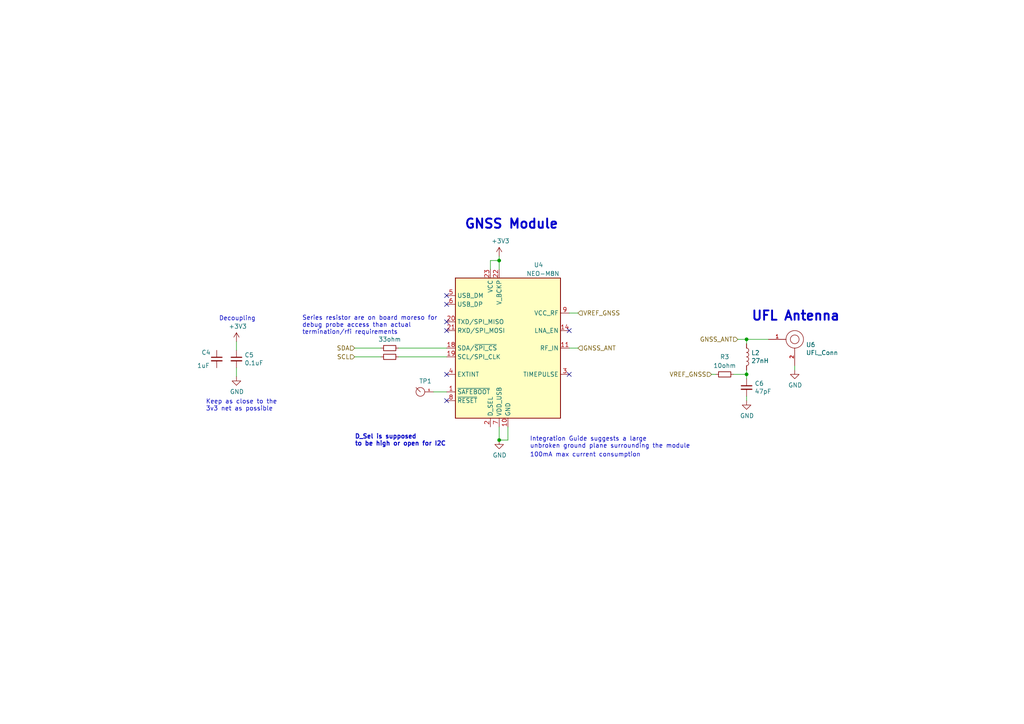
<source format=kicad_sch>
(kicad_sch (version 20230121) (generator eeschema)

  (uuid 26bc8641-9bca-4204-9709-deedbe202a36)

  (paper "A4")

  (title_block
    (title "GNSS Module")
    (date "2021-10-11")
  )

  (lib_symbols
    (symbol "Device:C_Small" (pin_numbers hide) (pin_names (offset 0.254) hide) (in_bom yes) (on_board yes)
      (property "Reference" "C" (at 0.254 1.778 0)
        (effects (font (size 1.27 1.27)) (justify left))
      )
      (property "Value" "C_Small" (at 0.254 -2.032 0)
        (effects (font (size 1.27 1.27)) (justify left))
      )
      (property "Footprint" "" (at 0 0 0)
        (effects (font (size 1.27 1.27)) hide)
      )
      (property "Datasheet" "~" (at 0 0 0)
        (effects (font (size 1.27 1.27)) hide)
      )
      (property "ki_keywords" "capacitor cap" (at 0 0 0)
        (effects (font (size 1.27 1.27)) hide)
      )
      (property "ki_description" "Unpolarized capacitor, small symbol" (at 0 0 0)
        (effects (font (size 1.27 1.27)) hide)
      )
      (property "ki_fp_filters" "C_*" (at 0 0 0)
        (effects (font (size 1.27 1.27)) hide)
      )
      (symbol "C_Small_0_1"
        (polyline
          (pts
            (xy -1.524 -0.508)
            (xy 1.524 -0.508)
          )
          (stroke (width 0.3302) (type default))
          (fill (type none))
        )
        (polyline
          (pts
            (xy -1.524 0.508)
            (xy 1.524 0.508)
          )
          (stroke (width 0.3048) (type default))
          (fill (type none))
        )
      )
      (symbol "C_Small_1_1"
        (pin passive line (at 0 2.54 270) (length 2.032)
          (name "~" (effects (font (size 1.27 1.27))))
          (number "1" (effects (font (size 1.27 1.27))))
        )
        (pin passive line (at 0 -2.54 90) (length 2.032)
          (name "~" (effects (font (size 1.27 1.27))))
          (number "2" (effects (font (size 1.27 1.27))))
        )
      )
    )
    (symbol "Device:L" (pin_numbers hide) (pin_names (offset 1.016) hide) (in_bom yes) (on_board yes)
      (property "Reference" "L" (at -1.27 0 90)
        (effects (font (size 1.27 1.27)))
      )
      (property "Value" "L" (at 1.905 0 90)
        (effects (font (size 1.27 1.27)))
      )
      (property "Footprint" "" (at 0 0 0)
        (effects (font (size 1.27 1.27)) hide)
      )
      (property "Datasheet" "~" (at 0 0 0)
        (effects (font (size 1.27 1.27)) hide)
      )
      (property "ki_keywords" "inductor choke coil reactor magnetic" (at 0 0 0)
        (effects (font (size 1.27 1.27)) hide)
      )
      (property "ki_description" "Inductor" (at 0 0 0)
        (effects (font (size 1.27 1.27)) hide)
      )
      (property "ki_fp_filters" "Choke_* *Coil* Inductor_* L_*" (at 0 0 0)
        (effects (font (size 1.27 1.27)) hide)
      )
      (symbol "L_0_1"
        (arc (start 0 -2.54) (mid 0.6323 -1.905) (end 0 -1.27)
          (stroke (width 0) (type default))
          (fill (type none))
        )
        (arc (start 0 -1.27) (mid 0.6323 -0.635) (end 0 0)
          (stroke (width 0) (type default))
          (fill (type none))
        )
        (arc (start 0 0) (mid 0.6323 0.635) (end 0 1.27)
          (stroke (width 0) (type default))
          (fill (type none))
        )
        (arc (start 0 1.27) (mid 0.6323 1.905) (end 0 2.54)
          (stroke (width 0) (type default))
          (fill (type none))
        )
      )
      (symbol "L_1_1"
        (pin passive line (at 0 3.81 270) (length 1.27)
          (name "1" (effects (font (size 1.27 1.27))))
          (number "1" (effects (font (size 1.27 1.27))))
        )
        (pin passive line (at 0 -3.81 90) (length 1.27)
          (name "2" (effects (font (size 1.27 1.27))))
          (number "2" (effects (font (size 1.27 1.27))))
        )
      )
    )
    (symbol "Device:R_Small" (pin_numbers hide) (pin_names (offset 0.254) hide) (in_bom yes) (on_board yes)
      (property "Reference" "R" (at 0.762 0.508 0)
        (effects (font (size 1.27 1.27)) (justify left))
      )
      (property "Value" "R_Small" (at 0.762 -1.016 0)
        (effects (font (size 1.27 1.27)) (justify left))
      )
      (property "Footprint" "" (at 0 0 0)
        (effects (font (size 1.27 1.27)) hide)
      )
      (property "Datasheet" "~" (at 0 0 0)
        (effects (font (size 1.27 1.27)) hide)
      )
      (property "ki_keywords" "R resistor" (at 0 0 0)
        (effects (font (size 1.27 1.27)) hide)
      )
      (property "ki_description" "Resistor, small symbol" (at 0 0 0)
        (effects (font (size 1.27 1.27)) hide)
      )
      (property "ki_fp_filters" "R_*" (at 0 0 0)
        (effects (font (size 1.27 1.27)) hide)
      )
      (symbol "R_Small_0_1"
        (rectangle (start -0.762 1.778) (end 0.762 -1.778)
          (stroke (width 0.2032) (type default))
          (fill (type none))
        )
      )
      (symbol "R_Small_1_1"
        (pin passive line (at 0 2.54 270) (length 0.762)
          (name "~" (effects (font (size 1.27 1.27))))
          (number "1" (effects (font (size 1.27 1.27))))
        )
        (pin passive line (at 0 -2.54 90) (length 0.762)
          (name "~" (effects (font (size 1.27 1.27))))
          (number "2" (effects (font (size 1.27 1.27))))
        )
      )
    )
    (symbol "GNSS:NEO-M8N" (in_bom yes) (on_board yes)
      (property "Reference" "U" (at 8.89 24.13 0)
        (effects (font (size 1.27 1.27)))
      )
      (property "Value" "GNSS_NEO-M8N" (at 8.89 21.59 0)
        (effects (font (size 1.27 1.27)))
      )
      (property "Footprint" "RF_GPS:ublox_NEO" (at 10.16 -21.59 0)
        (effects (font (size 1.27 1.27)) hide)
      )
      (property "Datasheet" "" (at 0 0 0)
        (effects (font (size 1.27 1.27)) hide)
      )
      (property "ki_fp_filters" "ublox*NEO*" (at 0 0 0)
        (effects (font (size 1.27 1.27)) hide)
      )
      (symbol "NEO-M8N_0_1"
        (rectangle (start -15.24 20.32) (end 15.24 -20.32)
          (stroke (width 0.254) (type default))
          (fill (type background))
        )
      )
      (symbol "NEO-M8N_1_1"
        (pin input line (at -17.78 -12.7 0) (length 2.54)
          (name "~{SAFEBOOT}" (effects (font (size 1.27 1.27))))
          (number "1" (effects (font (size 1.27 1.27))))
        )
        (pin power_in line (at 0 -22.86 90) (length 2.54)
          (name "GND" (effects (font (size 1.27 1.27))))
          (number "10" (effects (font (size 1.27 1.27))))
        )
        (pin input line (at 17.78 0 180) (length 2.54)
          (name "RF_IN" (effects (font (size 1.27 1.27))))
          (number "11" (effects (font (size 1.27 1.27))))
        )
        (pin passive line (at 0 -22.86 90) (length 2.54) hide
          (name "GND" (effects (font (size 1.27 1.27))))
          (number "12" (effects (font (size 1.27 1.27))))
        )
        (pin passive line (at 0 -22.86 90) (length 2.54) hide
          (name "GND" (effects (font (size 1.27 1.27))))
          (number "13" (effects (font (size 1.27 1.27))))
        )
        (pin output line (at 17.78 5.08 180) (length 2.54)
          (name "LNA_EN" (effects (font (size 1.27 1.27))))
          (number "14" (effects (font (size 1.27 1.27))))
        )
        (pin no_connect line (at 15.24 -10.16 180) (length 2.54) hide
          (name "RESERVED" (effects (font (size 1.27 1.27))))
          (number "15" (effects (font (size 1.27 1.27))))
        )
        (pin no_connect line (at 15.24 -12.7 180) (length 2.54) hide
          (name "RESERVED" (effects (font (size 1.27 1.27))))
          (number "16" (effects (font (size 1.27 1.27))))
        )
        (pin no_connect line (at 15.24 -15.24 180) (length 2.54) hide
          (name "RESERVED" (effects (font (size 1.27 1.27))))
          (number "17" (effects (font (size 1.27 1.27))))
        )
        (pin bidirectional line (at -17.78 0 0) (length 2.54)
          (name "SDA/~{SPI_CS}" (effects (font (size 1.27 1.27))))
          (number "18" (effects (font (size 1.27 1.27))))
        )
        (pin input line (at -17.78 -2.54 0) (length 2.54)
          (name "SCL/SPI_CLK" (effects (font (size 1.27 1.27))))
          (number "19" (effects (font (size 1.27 1.27))))
        )
        (pin input line (at -5.08 -22.86 90) (length 2.54)
          (name "D_SEL" (effects (font (size 1.27 1.27))))
          (number "2" (effects (font (size 1.27 1.27))))
        )
        (pin output line (at -17.78 7.62 0) (length 2.54)
          (name "TXD/SPI_MISO" (effects (font (size 1.27 1.27))))
          (number "20" (effects (font (size 1.27 1.27))))
        )
        (pin input line (at -17.78 5.08 0) (length 2.54)
          (name "RXD/SPI_MOSI" (effects (font (size 1.27 1.27))))
          (number "21" (effects (font (size 1.27 1.27))))
        )
        (pin power_in line (at -2.54 22.86 270) (length 2.54)
          (name "V_BCKP" (effects (font (size 1.27 1.27))))
          (number "22" (effects (font (size 1.27 1.27))))
        )
        (pin power_in line (at -5.08 22.86 270) (length 2.54)
          (name "VCC" (effects (font (size 1.27 1.27))))
          (number "23" (effects (font (size 1.27 1.27))))
        )
        (pin passive line (at 0 -22.86 90) (length 2.54) hide
          (name "GND" (effects (font (size 1.27 1.27))))
          (number "24" (effects (font (size 1.27 1.27))))
        )
        (pin output line (at 17.78 -7.62 180) (length 2.54)
          (name "TIMEPULSE" (effects (font (size 1.27 1.27))))
          (number "3" (effects (font (size 1.27 1.27))))
        )
        (pin input line (at -17.78 -7.62 0) (length 2.54)
          (name "EXTINT" (effects (font (size 1.27 1.27))))
          (number "4" (effects (font (size 1.27 1.27))))
        )
        (pin bidirectional line (at -17.78 15.24 0) (length 2.54)
          (name "USB_DM" (effects (font (size 1.27 1.27))))
          (number "5" (effects (font (size 1.27 1.27))))
        )
        (pin bidirectional line (at -17.78 12.7 0) (length 2.54)
          (name "USB_DP" (effects (font (size 1.27 1.27))))
          (number "6" (effects (font (size 1.27 1.27))))
        )
        (pin power_in line (at -2.54 -22.86 90) (length 2.54)
          (name "VDD_USB" (effects (font (size 1.27 1.27))))
          (number "7" (effects (font (size 1.27 1.27))))
        )
        (pin input line (at -17.78 -15.24 0) (length 2.54)
          (name "~{RESET}" (effects (font (size 1.27 1.27))))
          (number "8" (effects (font (size 1.27 1.27))))
        )
        (pin power_out line (at 17.78 10.16 180) (length 2.54)
          (name "VCC_RF" (effects (font (size 1.27 1.27))))
          (number "9" (effects (font (size 1.27 1.27))))
        )
      )
    )
    (symbol "GNSS:UFL_Conn" (pin_names (offset 1.016)) (in_bom yes) (on_board yes)
      (property "Reference" "U" (at -2.54 6.35 0)
        (effects (font (size 1.27 1.27)))
      )
      (property "Value" "GNSS_UFL_Conn" (at 1.27 3.81 0)
        (effects (font (size 1.27 1.27)))
      )
      (property "Footprint" "" (at -6.35 3.81 0)
        (effects (font (size 1.27 1.27)) hide)
      )
      (property "Datasheet" "" (at -6.35 3.81 0)
        (effects (font (size 1.27 1.27)) hide)
      )
      (symbol "UFL_Conn_0_0"
        (pin bidirectional line (at -7.62 0 0) (length 5.08)
          (name "~" (effects (font (size 1.016 1.016))))
          (number "1" (effects (font (size 1.016 1.016))))
        )
      )
      (symbol "UFL_Conn_0_1"
        (circle (center 0 0) (radius 1.27)
          (stroke (width 0) (type default))
          (fill (type none))
        )
        (circle (center 0 0) (radius 2.54)
          (stroke (width 0) (type default))
          (fill (type none))
        )
      )
      (symbol "UFL_Conn_1_1"
        (pin bidirectional line (at 0 -7.62 90) (length 5.08)
          (name "~" (effects (font (size 1.016 1.016))))
          (number "2" (effects (font (size 1.016 1.016))))
        )
      )
    )
    (symbol "TFT_testpoints:TEST-POINT" (in_bom yes) (on_board yes)
      (property "Reference" "TP" (at -5.08 0 0)
        (effects (font (size 1.27 1.27)))
      )
      (property "Value" "TFT_testpoints_TEST-POINT" (at 0 8.89 0)
        (effects (font (size 1.27 1.27)) hide)
      )
      (property "Footprint" "" (at 0 0 0)
        (effects (font (size 1.27 1.27)) hide)
      )
      (property "Datasheet" "" (at 0 0 0)
        (effects (font (size 1.27 1.27)) hide)
      )
      (symbol "TEST-POINT_0_1"
        (circle (center -1.27 0) (radius 1.27)
          (stroke (width 0) (type default))
          (fill (type none))
        )
        (polyline
          (pts
            (xy -1.27 0)
            (xy -2.54 1.27)
          )
          (stroke (width 0) (type default))
          (fill (type none))
        )
      )
      (symbol "TEST-POINT_1_1"
        (pin unspecified line (at 2.54 0 180) (length 2.54)
          (name "~" (effects (font (size 1.27 1.27))))
          (number "1" (effects (font (size 0.508 0.508))))
        )
      )
    )
    (symbol "power:+3.3V" (power) (pin_names (offset 0)) (in_bom yes) (on_board yes)
      (property "Reference" "#PWR" (at 0 -3.81 0)
        (effects (font (size 1.27 1.27)) hide)
      )
      (property "Value" "+3.3V" (at 0 3.556 0)
        (effects (font (size 1.27 1.27)))
      )
      (property "Footprint" "" (at 0 0 0)
        (effects (font (size 1.27 1.27)) hide)
      )
      (property "Datasheet" "" (at 0 0 0)
        (effects (font (size 1.27 1.27)) hide)
      )
      (property "ki_keywords" "power-flag" (at 0 0 0)
        (effects (font (size 1.27 1.27)) hide)
      )
      (property "ki_description" "Power symbol creates a global label with name \"+3.3V\"" (at 0 0 0)
        (effects (font (size 1.27 1.27)) hide)
      )
      (symbol "+3.3V_0_1"
        (polyline
          (pts
            (xy -0.762 1.27)
            (xy 0 2.54)
          )
          (stroke (width 0) (type default))
          (fill (type none))
        )
        (polyline
          (pts
            (xy 0 0)
            (xy 0 2.54)
          )
          (stroke (width 0) (type default))
          (fill (type none))
        )
        (polyline
          (pts
            (xy 0 2.54)
            (xy 0.762 1.27)
          )
          (stroke (width 0) (type default))
          (fill (type none))
        )
      )
      (symbol "+3.3V_1_1"
        (pin power_in line (at 0 0 90) (length 0) hide
          (name "+3V3" (effects (font (size 1.27 1.27))))
          (number "1" (effects (font (size 1.27 1.27))))
        )
      )
    )
    (symbol "power:GND" (power) (pin_names (offset 0)) (in_bom yes) (on_board yes)
      (property "Reference" "#PWR" (at 0 -6.35 0)
        (effects (font (size 1.27 1.27)) hide)
      )
      (property "Value" "GND" (at 0 -3.81 0)
        (effects (font (size 1.27 1.27)))
      )
      (property "Footprint" "" (at 0 0 0)
        (effects (font (size 1.27 1.27)) hide)
      )
      (property "Datasheet" "" (at 0 0 0)
        (effects (font (size 1.27 1.27)) hide)
      )
      (property "ki_keywords" "power-flag" (at 0 0 0)
        (effects (font (size 1.27 1.27)) hide)
      )
      (property "ki_description" "Power symbol creates a global label with name \"GND\" , ground" (at 0 0 0)
        (effects (font (size 1.27 1.27)) hide)
      )
      (symbol "GND_0_1"
        (polyline
          (pts
            (xy 0 0)
            (xy 0 -1.27)
            (xy 1.27 -1.27)
            (xy 0 -2.54)
            (xy -1.27 -1.27)
            (xy 0 -1.27)
          )
          (stroke (width 0) (type default))
          (fill (type none))
        )
      )
      (symbol "GND_1_1"
        (pin power_in line (at 0 0 270) (length 0) hide
          (name "GND" (effects (font (size 1.27 1.27))))
          (number "1" (effects (font (size 1.27 1.27))))
        )
      )
    )
  )

  (junction (at 216.535 108.585) (diameter 0) (color 0 0 0 0)
    (uuid 5f48b0f2-82cf-40ce-afac-440f97643c36)
  )
  (junction (at 144.78 75.565) (diameter 0) (color 0 0 0 0)
    (uuid 88606262-3ac5-44a1-aacc-18b26cf4d396)
  )
  (junction (at 216.535 98.425) (diameter 0) (color 0 0 0 0)
    (uuid ca56e1ad-54bf-4df5-a4f7-99f5d61d0de9)
  )
  (junction (at 144.78 127.635) (diameter 0) (color 0 0 0 0)
    (uuid d1cd5391-31d2-459f-8adb-4ae3f304a833)
  )

  (no_connect (at 129.54 85.725) (uuid 1317ff66-8ecf-46c9-9612-8d2eae03c537))
  (no_connect (at 129.54 116.205) (uuid 24adc223-60f0-4497-98a3-d664c5a13280))
  (no_connect (at 129.54 95.885) (uuid 8aff0f38-92a8-45ec-b106-b185e93ca3fd))
  (no_connect (at 165.1 108.585) (uuid 94a10cae-6ef2-4b64-9d98-fb22aa3306cc))
  (no_connect (at 165.1 95.885) (uuid df83f395-2d18-47e2-a370-952ca41c2b3a))
  (no_connect (at 129.54 108.585) (uuid e2fac877-439c-4da0-af2e-5fdc70f85d42))
  (no_connect (at 129.54 88.265) (uuid ef4533db-6ea4-4b68-b436-8e9575be570d))
  (no_connect (at 129.54 93.345) (uuid f5dba25f-5f9b-4770-84f9-c038fb119360))

  (wire (pts (xy 144.78 75.565) (xy 144.78 78.105))
    (stroke (width 0) (type default))
    (uuid 0554bea0-89b2-4e25-9ea3-4c73921c94cb)
  )
  (wire (pts (xy 216.535 98.425) (xy 222.885 98.425))
    (stroke (width 0) (type default))
    (uuid 0c5dddf1-38df-43d2-b49c-e7b691dab0ab)
  )
  (wire (pts (xy 216.535 108.585) (xy 216.535 109.855))
    (stroke (width 0) (type default))
    (uuid 1855ca44-ab48-4b76-a210-97fc81d916c4)
  )
  (wire (pts (xy 68.58 99.06) (xy 68.58 101.6))
    (stroke (width 0) (type default))
    (uuid 19ab37eb-2dd8-40b2-9788-b46df02ff3a4)
  )
  (wire (pts (xy 142.24 78.105) (xy 142.24 75.565))
    (stroke (width 0) (type default))
    (uuid 22962957-1efd-404d-83db-5b233b6c15b0)
  )
  (wire (pts (xy 216.535 99.695) (xy 216.535 98.425))
    (stroke (width 0) (type default))
    (uuid 254f7cc6-cee1-44ca-9afe-939b318201aa)
  )
  (wire (pts (xy 216.535 108.585) (xy 216.535 107.315))
    (stroke (width 0) (type default))
    (uuid 3457afc5-3e4f-4220-81d1-b079f653a722)
  )
  (wire (pts (xy 144.78 123.825) (xy 144.78 127.635))
    (stroke (width 0) (type default))
    (uuid 4086cbd7-6ba7-4e63-8da9-17e60627ee17)
  )
  (wire (pts (xy 147.32 127.635) (xy 147.32 123.825))
    (stroke (width 0) (type default))
    (uuid 465137b4-f6f7-4d51-9b40-b161947d5cc1)
  )
  (wire (pts (xy 68.58 106.68) (xy 68.58 109.22))
    (stroke (width 0) (type default))
    (uuid 592cef99-bb3d-442b-a0b6-b3dcb2186311)
  )
  (wire (pts (xy 216.535 114.935) (xy 216.535 116.205))
    (stroke (width 0) (type default))
    (uuid 5bab6a37-1fdf-4cf8-b571-44c962ed86e9)
  )
  (wire (pts (xy 125.73 113.665) (xy 129.54 113.665))
    (stroke (width 0) (type default))
    (uuid 62f15a9a-9893-486e-9ad0-ea43f88fc9e7)
  )
  (wire (pts (xy 115.57 100.965) (xy 129.54 100.965))
    (stroke (width 0) (type default))
    (uuid 631c7be5-8dc2-4df4-ab73-737bb928e763)
  )
  (wire (pts (xy 110.49 100.965) (xy 102.87 100.965))
    (stroke (width 0) (type default))
    (uuid 6d2a06fb-0b1e-452a-ab38-11a5f45e1b32)
  )
  (wire (pts (xy 230.505 106.045) (xy 230.505 107.315))
    (stroke (width 0) (type default))
    (uuid 706c1cb9-5d96-4282-9efc-6147f0125147)
  )
  (wire (pts (xy 144.78 74.295) (xy 144.78 75.565))
    (stroke (width 0) (type default))
    (uuid 8eb98c56-17e4-4de6-a3e3-06dcfa392040)
  )
  (wire (pts (xy 129.54 103.505) (xy 115.57 103.505))
    (stroke (width 0) (type default))
    (uuid 929a9b03-e99e-4b88-8e16-759f8c6b59a5)
  )
  (wire (pts (xy 167.64 100.965) (xy 165.1 100.965))
    (stroke (width 0) (type default))
    (uuid a7fc0812-140f-4d96-9cd8-ead8c1c610b1)
  )
  (wire (pts (xy 213.995 98.425) (xy 216.535 98.425))
    (stroke (width 0) (type default))
    (uuid aa23bfe3-454b-4a2b-bfe1-101c747eb84e)
  )
  (wire (pts (xy 206.375 108.585) (xy 207.645 108.585))
    (stroke (width 0) (type default))
    (uuid ad4d05f5-6957-42f8-b65c-c657b9a26485)
  )
  (wire (pts (xy 167.64 90.805) (xy 165.1 90.805))
    (stroke (width 0) (type default))
    (uuid bb8162f0-99c8-4884-be5b-c0d0c7e81ff6)
  )
  (wire (pts (xy 102.87 103.505) (xy 110.49 103.505))
    (stroke (width 0) (type default))
    (uuid c210293b-1d7a-4e96-92e9-058784106727)
  )
  (wire (pts (xy 142.24 75.565) (xy 144.78 75.565))
    (stroke (width 0) (type default))
    (uuid cd1cff81-9d8a-4511-96d6-4ddb79484001)
  )
  (wire (pts (xy 144.78 127.635) (xy 147.32 127.635))
    (stroke (width 0) (type default))
    (uuid d8200a86-aa75-47a3-ad2a-7f4c9c999a6f)
  )
  (wire (pts (xy 212.725 108.585) (xy 216.535 108.585))
    (stroke (width 0) (type default))
    (uuid e86e4fae-9ca7-4857-a93c-bc6a3048f887)
  )

  (text "UFL Antenna\n" (at 217.805 93.345 0)
    (effects (font (size 2.6924 2.6924) (thickness 0.5385) bold) (justify left bottom))
    (uuid 113ffcdf-4c54-4e37-81dc-f91efa934ba7)
  )
  (text "100mA max current consumption" (at 153.67 132.715 0)
    (effects (font (size 1.27 1.27)) (justify left bottom))
    (uuid 2489abd9-b04d-4a73-8535-a49f1c4f3600)
  )
  (text "GNSS Module" (at 134.62 66.675 0)
    (effects (font (size 2.6924 2.6924) (thickness 0.5385) bold) (justify left bottom))
    (uuid 3b65c51e-c243-447e-bee9-832d94c1630e)
  )
  (text "Keep as close to the\n3v3 net as possible\n" (at 59.69 119.38 0)
    (effects (font (size 1.27 1.27)) (justify left bottom))
    (uuid 88deea08-baa5-4041-beb7-01c299cf00e6)
  )
  (text "Decoupling\n\n" (at 63.5 95.25 0)
    (effects (font (size 1.27 1.27)) (justify left bottom))
    (uuid a177c3b4-b04c-490e-b3fe-d3d4d7aa24a7)
  )
  (text "D_Sel is supposed\nto be high or open for I2C" (at 102.87 129.54 0)
    (effects (font (size 1.27 1.27) (thickness 0.254) bold) (justify left bottom))
    (uuid b2b363dd-8e47-4a76-a142-e00e28334875)
  )
  (text "Integration Guide suggests a large\nunbroken ground plane surrounding the module\n"
    (at 153.67 130.175 0)
    (effects (font (size 1.27 1.27)) (justify left bottom))
    (uuid c7cd39db-931a-4d86-96b8-57e6b39f58f9)
  )
  (text "Series resistor are on board moreso for\ndebug probe access than actual\ntermination/rfi requirements\n"
    (at 87.63 97.155 0)
    (effects (font (size 1.27 1.27)) (justify left bottom))
    (uuid da546d77-4b03-4562-8fc6-837fd68e7691)
  )

  (hierarchical_label "GNSS_ANT" (shape input) (at 213.995 98.425 180) (fields_autoplaced)
    (effects (font (size 1.27 1.27)) (justify right))
    (uuid 1de61170-5337-44c5-ba28-bd477db4bff1)
  )
  (hierarchical_label "SCL" (shape input) (at 102.87 103.505 180) (fields_autoplaced)
    (effects (font (size 1.27 1.27)) (justify right))
    (uuid 3ceffc6a-776c-4c42-81c3-26e81b533a02)
  )
  (hierarchical_label "GNSS_ANT" (shape input) (at 167.64 100.965 0) (fields_autoplaced)
    (effects (font (size 1.27 1.27)) (justify left))
    (uuid 63caf46e-0228-40de-b819-c6bd29dd1711)
  )
  (hierarchical_label "VREF_GNSS" (shape input) (at 167.64 90.805 0) (fields_autoplaced)
    (effects (font (size 1.27 1.27)) (justify left))
    (uuid 653a86ba-a1ae-4175-9d4c-c788087956d0)
  )
  (hierarchical_label "VREF_GNSS" (shape input) (at 206.375 108.585 180) (fields_autoplaced)
    (effects (font (size 1.27 1.27)) (justify right))
    (uuid 92f063a3-7cce-4a96-8a3a-cf5767f700c6)
  )
  (hierarchical_label "SDA" (shape input) (at 102.87 100.965 180) (fields_autoplaced)
    (effects (font (size 1.27 1.27)) (justify right))
    (uuid f46b40a3-5228-48fa-bae1-67aee19c2949)
  )

  (symbol (lib_id "power:GND") (at 144.78 127.635 0) (unit 1)
    (in_bom yes) (on_board yes) (dnp no)
    (uuid 00000000-0000-0000-0000-0000616449f2)
    (property "Reference" "#PWR0135" (at 144.78 133.985 0)
      (effects (font (size 1.27 1.27)) hide)
    )
    (property "Value" "GND" (at 144.907 132.0292 0)
      (effects (font (size 1.27 1.27)))
    )
    (property "Footprint" "" (at 144.78 127.635 0)
      (effects (font (size 1.27 1.27)) hide)
    )
    (property "Datasheet" "" (at 144.78 127.635 0)
      (effects (font (size 1.27 1.27)) hide)
    )
    (pin "1" (uuid 57c922d6-2cfe-45cd-854e-c3a3c837015d))
    (instances
      (project "Flight_Computer"
        (path "/ee41cb8e-512d-41d2-81e1-3c50fff32aeb/00000000-0000-0000-0000-00006163d4da"
          (reference "#PWR0135") (unit 1)
        )
      )
    )
  )

  (symbol (lib_id "GNSS:NEO-M8N") (at 147.32 100.965 0) (unit 1)
    (in_bom yes) (on_board yes) (dnp no)
    (uuid 00000000-0000-0000-0000-000061648443)
    (property "Reference" "U4" (at 156.21 76.835 0)
      (effects (font (size 1.27 1.27)))
    )
    (property "Value" "NEO-M8N" (at 157.48 79.375 0)
      (effects (font (size 1.27 1.27)))
    )
    (property "Footprint" "RF_GPS:ublox_NEO" (at 157.48 122.555 0)
      (effects (font (size 1.27 1.27)) hide)
    )
    (property "Datasheet" "https://www.u-blox.com/sites/default/files/NEO-M8-FW3_DataSheet_%28UBX-15031086%29.pdf" (at 147.32 100.965 0)
      (effects (font (size 1.27 1.27)) hide)
    )
    (pin "1" (uuid bc65c2db-a252-44aa-817e-677b743c1853))
    (pin "10" (uuid 1a81547b-3cca-43f6-b0c5-b8877d068c61))
    (pin "11" (uuid 0b22c3a0-50e1-437b-8c04-827ec9c1413b))
    (pin "12" (uuid 6b7e6623-df01-4904-a8bd-1e718d9e95e0))
    (pin "13" (uuid 6fc4ba7d-91f8-418a-bcf3-60bd2e8202b5))
    (pin "14" (uuid 5758ab8c-9cb2-4821-8926-b053b2c4eb9b))
    (pin "15" (uuid ea685f11-1c36-44f8-a3f7-c5832526907a))
    (pin "16" (uuid ef0f473a-aa49-4a7f-9490-416cac6f154b))
    (pin "17" (uuid 0c6d5dde-23d0-4c89-bdb2-366e90a4a81a))
    (pin "18" (uuid 2cd5705e-095f-4123-8b46-67e7de9b4297))
    (pin "19" (uuid b5bc6bfa-d8fc-40d0-a969-81d843e2c8c9))
    (pin "2" (uuid 47c866b0-44b1-4e64-8797-9ed33e27890d))
    (pin "20" (uuid d26d3249-d5b6-4733-bc95-df0d5361ef00))
    (pin "21" (uuid d1e50337-4c89-4663-8143-0caf31f501c9))
    (pin "22" (uuid 5696c98a-a357-4e49-a94f-e5c9587bdc6c))
    (pin "23" (uuid 1f4758b5-9f3d-445e-bb8b-f092a059b55a))
    (pin "24" (uuid 7513e428-73d4-4ba4-8feb-8d1e352ab5d3))
    (pin "3" (uuid 78ced512-ee6c-447b-b7c7-b48acdbd799e))
    (pin "4" (uuid e2c9e1ed-df65-466f-83e7-186dda2bb025))
    (pin "5" (uuid 9540c0d9-6fae-4b60-90b7-9538416664f2))
    (pin "6" (uuid b78e7828-94ca-473a-9b5f-db384767b438))
    (pin "7" (uuid f9a25dcc-7632-4922-9011-9227c3cfbfb8))
    (pin "8" (uuid 3c84583b-dbf3-4d63-b581-765ba2ab1493))
    (pin "9" (uuid 6df3d5b6-3819-4319-b6d6-fb8c276b38eb))
    (instances
      (project "Flight_Computer"
        (path "/ee41cb8e-512d-41d2-81e1-3c50fff32aeb/00000000-0000-0000-0000-00006163d4da"
          (reference "U4") (unit 1)
        )
      )
    )
  )

  (symbol (lib_id "power:+3.3V") (at 144.78 74.295 0) (unit 1)
    (in_bom yes) (on_board yes) (dnp no)
    (uuid 00000000-0000-0000-0000-00006164ccd8)
    (property "Reference" "#PWR0136" (at 144.78 78.105 0)
      (effects (font (size 1.27 1.27)) hide)
    )
    (property "Value" "+3.3V" (at 145.161 69.9008 0)
      (effects (font (size 1.27 1.27)))
    )
    (property "Footprint" "" (at 144.78 74.295 0)
      (effects (font (size 1.27 1.27)) hide)
    )
    (property "Datasheet" "" (at 144.78 74.295 0)
      (effects (font (size 1.27 1.27)) hide)
    )
    (pin "1" (uuid 93aeb51b-39db-40ba-894b-f2ed9ceac805))
    (instances
      (project "Flight_Computer"
        (path "/ee41cb8e-512d-41d2-81e1-3c50fff32aeb/00000000-0000-0000-0000-00006163d4da"
          (reference "#PWR0136") (unit 1)
        )
      )
    )
  )

  (symbol (lib_id "Device:R_Small") (at 113.03 103.505 270) (unit 1)
    (in_bom yes) (on_board yes) (dnp no)
    (uuid 00000000-0000-0000-0000-00006164dc20)
    (property "Reference" "R2" (at 113.03 108.585 90)
      (effects (font (size 1.27 1.27)) hide)
    )
    (property "Value" "33ohm" (at 113.03 106.045 90)
      (effects (font (size 1.27 1.27)) hide)
    )
    (property "Footprint" "Resistor_SMD:R_0805_2012Metric" (at 113.03 103.505 0)
      (effects (font (size 1.27 1.27)) hide)
    )
    (property "Datasheet" "~" (at 113.03 103.505 0)
      (effects (font (size 1.27 1.27)) hide)
    )
    (pin "1" (uuid c567d02d-33a4-4aa5-9767-9a7870797595))
    (pin "2" (uuid 37d84c3e-4224-471b-8e4a-c2b2e57c96a2))
    (instances
      (project "Flight_Computer"
        (path "/ee41cb8e-512d-41d2-81e1-3c50fff32aeb/00000000-0000-0000-0000-00006163d4da"
          (reference "R2") (unit 1)
        )
      )
    )
  )

  (symbol (lib_id "Device:R_Small") (at 113.03 100.965 270) (unit 1)
    (in_bom yes) (on_board yes) (dnp no)
    (uuid 00000000-0000-0000-0000-00006164edb5)
    (property "Reference" "R1" (at 113.03 106.045 90)
      (effects (font (size 1.27 1.27)) hide)
    )
    (property "Value" "33ohm" (at 113.03 98.425 90)
      (effects (font (size 1.27 1.27)))
    )
    (property "Footprint" "Resistor_SMD:R_0805_2012Metric" (at 113.03 100.965 0)
      (effects (font (size 1.27 1.27)) hide)
    )
    (property "Datasheet" "~" (at 113.03 100.965 0)
      (effects (font (size 1.27 1.27)) hide)
    )
    (pin "1" (uuid fb094203-2d13-40dd-9363-349496681d71))
    (pin "2" (uuid b0b22e3b-ad5c-48af-acf9-0be147513efa))
    (instances
      (project "Flight_Computer"
        (path "/ee41cb8e-512d-41d2-81e1-3c50fff32aeb/00000000-0000-0000-0000-00006163d4da"
          (reference "R1") (unit 1)
        )
      )
    )
  )

  (symbol (lib_id "Device:C_Small") (at 68.58 104.14 0) (unit 1)
    (in_bom yes) (on_board yes) (dnp no)
    (uuid 00000000-0000-0000-0000-000061651e4c)
    (property "Reference" "C5" (at 70.9168 102.9716 0)
      (effects (font (size 1.27 1.27)) (justify left))
    )
    (property "Value" "0.1uF" (at 70.9168 105.283 0)
      (effects (font (size 1.27 1.27)) (justify left))
    )
    (property "Footprint" "Capacitor_SMD:C_0603_1608Metric" (at 68.58 104.14 0)
      (effects (font (size 1.27 1.27)) hide)
    )
    (property "Datasheet" "~" (at 68.58 104.14 0)
      (effects (font (size 1.27 1.27)) hide)
    )
    (pin "1" (uuid d7e722d2-dcb8-4ef5-9c9e-7b3647f941ac))
    (pin "2" (uuid 834390ba-6135-47e2-b0bf-fd6c03b8dba3))
    (instances
      (project "Flight_Computer"
        (path "/ee41cb8e-512d-41d2-81e1-3c50fff32aeb/00000000-0000-0000-0000-00006163d4da"
          (reference "C5") (unit 1)
        )
      )
    )
  )

  (symbol (lib_id "power:GND") (at 68.58 109.22 0) (unit 1)
    (in_bom yes) (on_board yes) (dnp no)
    (uuid 00000000-0000-0000-0000-0000616520f3)
    (property "Reference" "#PWR0137" (at 68.58 115.57 0)
      (effects (font (size 1.27 1.27)) hide)
    )
    (property "Value" "GND" (at 68.707 113.6142 0)
      (effects (font (size 1.27 1.27)))
    )
    (property "Footprint" "" (at 68.58 109.22 0)
      (effects (font (size 1.27 1.27)) hide)
    )
    (property "Datasheet" "" (at 68.58 109.22 0)
      (effects (font (size 1.27 1.27)) hide)
    )
    (pin "1" (uuid 34e1d066-07b2-46e2-81af-2999e93fc4c3))
    (instances
      (project "Flight_Computer"
        (path "/ee41cb8e-512d-41d2-81e1-3c50fff32aeb/00000000-0000-0000-0000-00006163d4da"
          (reference "#PWR0137") (unit 1)
        )
      )
    )
  )

  (symbol (lib_id "power:+3.3V") (at 68.58 99.06 0) (unit 1)
    (in_bom yes) (on_board yes) (dnp no)
    (uuid 00000000-0000-0000-0000-0000616524cf)
    (property "Reference" "#PWR0138" (at 68.58 102.87 0)
      (effects (font (size 1.27 1.27)) hide)
    )
    (property "Value" "+3.3V" (at 68.961 94.6658 0)
      (effects (font (size 1.27 1.27)))
    )
    (property "Footprint" "" (at 68.58 99.06 0)
      (effects (font (size 1.27 1.27)) hide)
    )
    (property "Datasheet" "" (at 68.58 99.06 0)
      (effects (font (size 1.27 1.27)) hide)
    )
    (pin "1" (uuid da66882a-0949-43ab-8ac1-c002e5d462b8))
    (instances
      (project "Flight_Computer"
        (path "/ee41cb8e-512d-41d2-81e1-3c50fff32aeb/00000000-0000-0000-0000-00006163d4da"
          (reference "#PWR0138") (unit 1)
        )
      )
    )
  )

  (symbol (lib_id "GNSS:UFL_Conn") (at 230.505 98.425 0) (unit 1)
    (in_bom yes) (on_board yes) (dnp no)
    (uuid 00000000-0000-0000-0000-000061659e27)
    (property "Reference" "U6" (at 233.7562 99.9998 0)
      (effects (font (size 1.27 1.27)) (justify left))
    )
    (property "Value" "UFL_Conn" (at 233.7562 102.3112 0)
      (effects (font (size 1.27 1.27)) (justify left))
    )
    (property "Footprint" "FC_Parts:UFL" (at 224.155 94.615 0)
      (effects (font (size 1.27 1.27)) hide)
    )
    (property "Datasheet" "" (at 224.155 94.615 0)
      (effects (font (size 1.27 1.27)) hide)
    )
    (pin "1" (uuid 77e49d0d-1775-41e5-b5e8-6769b8ee1af4))
    (pin "2" (uuid 679e3976-92b4-4085-b569-298c6a19fcc8))
    (instances
      (project "Flight_Computer"
        (path "/ee41cb8e-512d-41d2-81e1-3c50fff32aeb/00000000-0000-0000-0000-00006163d4da"
          (reference "U6") (unit 1)
        )
      )
    )
  )

  (symbol (lib_id "Device:C_Small") (at 216.535 112.395 0) (unit 1)
    (in_bom yes) (on_board yes) (dnp no)
    (uuid 00000000-0000-0000-0000-00006165b3cd)
    (property "Reference" "C6" (at 218.8718 111.2266 0)
      (effects (font (size 1.27 1.27)) (justify left))
    )
    (property "Value" "47pF" (at 218.8718 113.538 0)
      (effects (font (size 1.27 1.27)) (justify left))
    )
    (property "Footprint" "Capacitor_SMD:C_0805_2012Metric" (at 216.535 112.395 0)
      (effects (font (size 1.27 1.27)) hide)
    )
    (property "Datasheet" "~" (at 216.535 112.395 0)
      (effects (font (size 1.27 1.27)) hide)
    )
    (pin "1" (uuid b2a536a3-41a9-41f4-8668-d0f797e2bc38))
    (pin "2" (uuid 33b33270-440d-447f-94db-ec54df75c14d))
    (instances
      (project "Flight_Computer"
        (path "/ee41cb8e-512d-41d2-81e1-3c50fff32aeb/00000000-0000-0000-0000-00006163d4da"
          (reference "C6") (unit 1)
        )
      )
    )
  )

  (symbol (lib_id "Device:R_Small") (at 210.185 108.585 270) (unit 1)
    (in_bom yes) (on_board yes) (dnp no)
    (uuid 00000000-0000-0000-0000-00006165bd95)
    (property "Reference" "R3" (at 210.185 103.505 90)
      (effects (font (size 1.27 1.27)))
    )
    (property "Value" "10ohm" (at 210.185 106.045 90)
      (effects (font (size 1.27 1.27)))
    )
    (property "Footprint" "Resistor_SMD:R_0805_2012Metric" (at 210.185 108.585 0)
      (effects (font (size 1.27 1.27)) hide)
    )
    (property "Datasheet" "~" (at 210.185 108.585 0)
      (effects (font (size 1.27 1.27)) hide)
    )
    (pin "1" (uuid 435dda51-ae76-416b-909d-368c3bc277ce))
    (pin "2" (uuid aa84c8ae-520d-4cf5-91ca-72cea3e18395))
    (instances
      (project "Flight_Computer"
        (path "/ee41cb8e-512d-41d2-81e1-3c50fff32aeb/00000000-0000-0000-0000-00006163d4da"
          (reference "R3") (unit 1)
        )
      )
    )
  )

  (symbol (lib_id "Device:L") (at 216.535 103.505 0) (unit 1)
    (in_bom yes) (on_board yes) (dnp no)
    (uuid 00000000-0000-0000-0000-00006165f38a)
    (property "Reference" "L2" (at 217.8812 102.3366 0)
      (effects (font (size 1.27 1.27)) (justify left))
    )
    (property "Value" "27nH" (at 217.8812 104.648 0)
      (effects (font (size 1.27 1.27)) (justify left))
    )
    (property "Footprint" "Inductor_SMD:L_0805_2012Metric" (at 216.535 103.505 0)
      (effects (font (size 1.27 1.27)) hide)
    )
    (property "Datasheet" "~" (at 216.535 103.505 0)
      (effects (font (size 1.27 1.27)) hide)
    )
    (pin "1" (uuid 4c7106e4-7525-4bbf-8625-c3d5a71ef785))
    (pin "2" (uuid 38b80671-7efb-41fc-90ee-abb167ce9a62))
    (instances
      (project "Flight_Computer"
        (path "/ee41cb8e-512d-41d2-81e1-3c50fff32aeb/00000000-0000-0000-0000-00006163d4da"
          (reference "L2") (unit 1)
        )
      )
    )
  )

  (symbol (lib_id "power:GND") (at 216.535 116.205 0) (unit 1)
    (in_bom yes) (on_board yes) (dnp no)
    (uuid 00000000-0000-0000-0000-000061660fff)
    (property "Reference" "#PWR0140" (at 216.535 122.555 0)
      (effects (font (size 1.27 1.27)) hide)
    )
    (property "Value" "GND" (at 216.662 120.5992 0)
      (effects (font (size 1.27 1.27)))
    )
    (property "Footprint" "" (at 216.535 116.205 0)
      (effects (font (size 1.27 1.27)) hide)
    )
    (property "Datasheet" "" (at 216.535 116.205 0)
      (effects (font (size 1.27 1.27)) hide)
    )
    (pin "1" (uuid 352f0a40-d92b-4e13-8b94-fc3ee48c25ff))
    (instances
      (project "Flight_Computer"
        (path "/ee41cb8e-512d-41d2-81e1-3c50fff32aeb/00000000-0000-0000-0000-00006163d4da"
          (reference "#PWR0140") (unit 1)
        )
      )
    )
  )

  (symbol (lib_id "power:GND") (at 230.505 107.315 0) (unit 1)
    (in_bom yes) (on_board yes) (dnp no)
    (uuid 00000000-0000-0000-0000-000061661350)
    (property "Reference" "#PWR0139" (at 230.505 113.665 0)
      (effects (font (size 1.27 1.27)) hide)
    )
    (property "Value" "GND" (at 230.632 111.7092 0)
      (effects (font (size 1.27 1.27)))
    )
    (property "Footprint" "" (at 230.505 107.315 0)
      (effects (font (size 1.27 1.27)) hide)
    )
    (property "Datasheet" "" (at 230.505 107.315 0)
      (effects (font (size 1.27 1.27)) hide)
    )
    (pin "1" (uuid 7406e6ad-51a2-4202-b862-7dbc029b8893))
    (instances
      (project "Flight_Computer"
        (path "/ee41cb8e-512d-41d2-81e1-3c50fff32aeb/00000000-0000-0000-0000-00006163d4da"
          (reference "#PWR0139") (unit 1)
        )
      )
    )
  )

  (symbol (lib_id "TFT_testpoints:TEST-POINT") (at 123.19 113.665 0) (unit 1)
    (in_bom yes) (on_board yes) (dnp no)
    (uuid 00000000-0000-0000-0000-000061731fe6)
    (property "Reference" "TP1" (at 123.3932 110.5408 0)
      (effects (font (size 1.27 1.27)))
    )
    (property "Value" "Safeboot-GND" (at 123.19 104.775 0)
      (effects (font (size 1.27 1.27)) hide)
    )
    (property "Footprint" "TestPoint:TestPoint_Pad_D1.0mm" (at 123.19 113.665 0)
      (effects (font (size 1.27 1.27)) hide)
    )
    (property "Datasheet" "" (at 123.19 113.665 0)
      (effects (font (size 1.27 1.27)) hide)
    )
    (pin "1" (uuid bc5b77da-f9cd-46df-a70f-bf7c2fcdaa05))
    (instances
      (project "Flight_Computer"
        (path "/ee41cb8e-512d-41d2-81e1-3c50fff32aeb/00000000-0000-0000-0000-00006163d4da"
          (reference "TP1") (unit 1)
        )
      )
    )
  )

  (symbol (lib_id "Device:C_Small") (at 62.865 104.14 0) (unit 1)
    (in_bom yes) (on_board yes) (dnp no)
    (uuid 6e738371-c6f3-4005-89a3-90e675fee20e)
    (property "Reference" "C4" (at 58.42 102.235 0)
      (effects (font (size 1.27 1.27)) (justify left))
    )
    (property "Value" "1uF" (at 57.15 106.045 0)
      (effects (font (size 1.27 1.27)) (justify left))
    )
    (property "Footprint" "Capacitor_SMD:C_0603_1608Metric" (at 62.865 104.14 0)
      (effects (font (size 1.27 1.27)) hide)
    )
    (property "Datasheet" "~" (at 62.865 104.14 0)
      (effects (font (size 1.27 1.27)) hide)
    )
    (pin "1" (uuid cd8e1a10-9b5e-4d68-a448-28651758de74))
    (pin "2" (uuid 83b8fee2-b5eb-4cb7-8316-f2dbe1dd1615))
    (instances
      (project "Flight_Computer"
        (path "/ee41cb8e-512d-41d2-81e1-3c50fff32aeb/00000000-0000-0000-0000-00006163d4da"
          (reference "C4") (unit 1)
        )
      )
    )
  )
)

</source>
